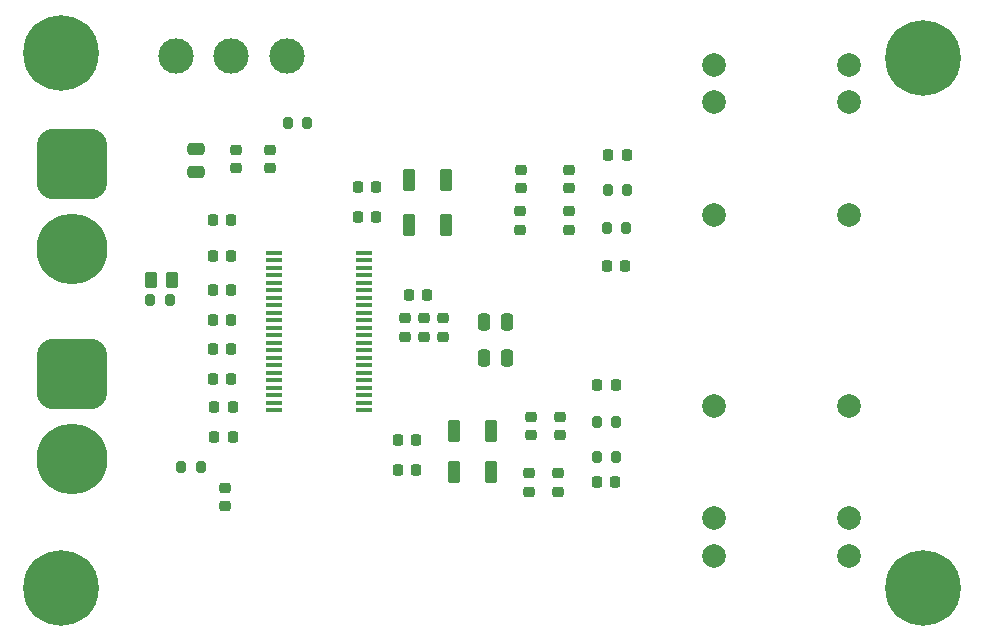
<source format=gbr>
%TF.GenerationSoftware,KiCad,Pcbnew,9.0.0*%
%TF.CreationDate,2025-03-20T21:57:58+01:00*%
%TF.ProjectId,Pcb_Ampli2,5063625f-416d-4706-9c69-322e6b696361,rev?*%
%TF.SameCoordinates,Original*%
%TF.FileFunction,Soldermask,Top*%
%TF.FilePolarity,Negative*%
%FSLAX46Y46*%
G04 Gerber Fmt 4.6, Leading zero omitted, Abs format (unit mm)*
G04 Created by KiCad (PCBNEW 9.0.0) date 2025-03-20 21:57:58*
%MOMM*%
%LPD*%
G01*
G04 APERTURE LIST*
G04 Aperture macros list*
%AMRoundRect*
0 Rectangle with rounded corners*
0 $1 Rounding radius*
0 $2 $3 $4 $5 $6 $7 $8 $9 X,Y pos of 4 corners*
0 Add a 4 corners polygon primitive as box body*
4,1,4,$2,$3,$4,$5,$6,$7,$8,$9,$2,$3,0*
0 Add four circle primitives for the rounded corners*
1,1,$1+$1,$2,$3*
1,1,$1+$1,$4,$5*
1,1,$1+$1,$6,$7*
1,1,$1+$1,$8,$9*
0 Add four rect primitives between the rounded corners*
20,1,$1+$1,$2,$3,$4,$5,0*
20,1,$1+$1,$4,$5,$6,$7,0*
20,1,$1+$1,$6,$7,$8,$9,0*
20,1,$1+$1,$8,$9,$2,$3,0*%
G04 Aperture macros list end*
%ADD10C,2.006600*%
%ADD11O,1.400000X0.399999*%
%ADD12RoundRect,0.250000X0.250000X0.475000X-0.250000X0.475000X-0.250000X-0.475000X0.250000X-0.475000X0*%
%ADD13C,0.800000*%
%ADD14C,6.400000*%
%ADD15RoundRect,0.225000X-0.225000X-0.250000X0.225000X-0.250000X0.225000X0.250000X-0.225000X0.250000X0*%
%ADD16RoundRect,0.200000X-0.200000X-0.275000X0.200000X-0.275000X0.200000X0.275000X-0.200000X0.275000X0*%
%ADD17RoundRect,1.500000X-1.500000X1.500000X-1.500000X-1.500000X1.500000X-1.500000X1.500000X1.500000X0*%
%ADD18C,6.000000*%
%ADD19RoundRect,0.225000X0.250000X-0.225000X0.250000X0.225000X-0.250000X0.225000X-0.250000X-0.225000X0*%
%ADD20RoundRect,0.250000X-0.262500X-0.450000X0.262500X-0.450000X0.262500X0.450000X-0.262500X0.450000X0*%
%ADD21RoundRect,0.250000X-0.275000X-0.700000X0.275000X-0.700000X0.275000X0.700000X-0.275000X0.700000X0*%
%ADD22RoundRect,0.225000X-0.250000X0.225000X-0.250000X-0.225000X0.250000X-0.225000X0.250000X0.225000X0*%
%ADD23RoundRect,0.250000X-0.475000X0.250000X-0.475000X-0.250000X0.475000X-0.250000X0.475000X0.250000X0*%
%ADD24RoundRect,0.225000X0.225000X0.250000X-0.225000X0.250000X-0.225000X-0.250000X0.225000X-0.250000X0*%
%ADD25C,3.000000*%
G04 APERTURE END LIST*
D10*
%TO.C,J2*%
X135770000Y-53900008D03*
X147200000Y-53900008D03*
X135770000Y-50700000D03*
X147200000Y-50700000D03*
X135770000Y-63400000D03*
X147200000Y-63400000D03*
%TD*%
%TO.C,J3*%
X147181600Y-89058888D03*
X135751600Y-89058888D03*
X147181600Y-92258896D03*
X135751600Y-92258896D03*
X147181600Y-79558896D03*
X135751600Y-79558896D03*
%TD*%
D11*
%TO.C,3255*%
X98500000Y-66632500D03*
X98500000Y-67267500D03*
X98500000Y-67902500D03*
X98500000Y-68537500D03*
X98500000Y-69172500D03*
X98500000Y-69807500D03*
X98500000Y-70442500D03*
X98500000Y-71077500D03*
X98500000Y-71712500D03*
X98500000Y-72347500D03*
X98500000Y-72982500D03*
X98500000Y-73617500D03*
X98500000Y-74252500D03*
X98500000Y-74887500D03*
X98500000Y-75522500D03*
X98500000Y-76157500D03*
X98500000Y-76792500D03*
X98500000Y-77427500D03*
X98500000Y-78062500D03*
X98500000Y-78697500D03*
X98500000Y-79332500D03*
X98500000Y-79967500D03*
X106100000Y-79967500D03*
X106100000Y-79332500D03*
X106100000Y-78697500D03*
X106100000Y-78062500D03*
X106100000Y-77427500D03*
X106100000Y-76792500D03*
X106100000Y-76157500D03*
X106100000Y-75522500D03*
X106100000Y-74887500D03*
X106100000Y-74252500D03*
X106100000Y-73617500D03*
X106100000Y-72982500D03*
X106100000Y-72347500D03*
X106100000Y-71712500D03*
X106100000Y-71077500D03*
X106100000Y-70442500D03*
X106100000Y-69807500D03*
X106100000Y-69172500D03*
X106100000Y-68537500D03*
X106100000Y-67902500D03*
X106100000Y-67267500D03*
X106100000Y-66632500D03*
%TD*%
D12*
%TO.C,C22*%
X118200000Y-75510000D03*
X116300000Y-75510000D03*
%TD*%
D13*
%TO.C,H4*%
X151100000Y-95000000D03*
X151802944Y-93302944D03*
X151802944Y-96697056D03*
X153500000Y-92600000D03*
D14*
X153500000Y-95000000D03*
D13*
X153500000Y-97400000D03*
X155197056Y-93302944D03*
X155197056Y-96697056D03*
X155900000Y-95000000D03*
%TD*%
D15*
%TO.C,C33*%
X125900000Y-77820000D03*
X127450000Y-77820000D03*
%TD*%
D13*
%TO.C,H1*%
X78100000Y-49700000D03*
X78802944Y-48002944D03*
X78802944Y-51397056D03*
X80500000Y-47300000D03*
D14*
X80500000Y-49700000D03*
D13*
X80500000Y-52100000D03*
X82197056Y-48002944D03*
X82197056Y-51397056D03*
X82900000Y-49700000D03*
%TD*%
%TO.C,H2*%
X151100000Y-50100000D03*
X151802944Y-48402944D03*
X151802944Y-51797056D03*
X153500000Y-47700000D03*
D14*
X153500000Y-50100000D03*
D13*
X153500000Y-52500000D03*
X155197056Y-48402944D03*
X155197056Y-51797056D03*
X155900000Y-50100000D03*
%TD*%
D16*
%TO.C,R6*%
X126775000Y-61300000D03*
X128425000Y-61300000D03*
%TD*%
D17*
%TO.C,J4*%
X81400000Y-76900000D03*
D18*
X81400000Y-84100000D03*
%TD*%
D19*
%TO.C,C29*%
X120300000Y-82075000D03*
X120300000Y-80525000D03*
%TD*%
D20*
%TO.C,R7*%
X88087500Y-68900000D03*
X89912500Y-68900000D03*
%TD*%
D15*
%TO.C,C6*%
X93325000Y-69790000D03*
X94875000Y-69790000D03*
%TD*%
D21*
%TO.C,L4*%
X113750000Y-85200000D03*
X116900000Y-85200000D03*
%TD*%
D19*
%TO.C,C32*%
X122600000Y-86850000D03*
X122600000Y-85300000D03*
%TD*%
D22*
%TO.C,C17*%
X109600000Y-72175000D03*
X109600000Y-73725000D03*
%TD*%
D13*
%TO.C,H3*%
X78100000Y-95000000D03*
X78802944Y-93302944D03*
X78802944Y-96697056D03*
X80500000Y-92600000D03*
D14*
X80500000Y-95000000D03*
D13*
X80500000Y-97400000D03*
X82197056Y-93302944D03*
X82197056Y-96697056D03*
X82900000Y-95000000D03*
%TD*%
D23*
%TO.C,C5*%
X91900000Y-57850000D03*
X91900000Y-59750000D03*
%TD*%
D12*
%TO.C,C21*%
X118200000Y-72500000D03*
X116300000Y-72500000D03*
%TD*%
D19*
%TO.C,C18*%
X112800000Y-73725000D03*
X112800000Y-72175000D03*
%TD*%
D24*
%TO.C,C28*%
X128250000Y-67780000D03*
X126700000Y-67780000D03*
%TD*%
D16*
%TO.C,R9*%
X125850000Y-80990000D03*
X127500000Y-80990000D03*
%TD*%
D15*
%TO.C,C14*%
X105625000Y-63600000D03*
X107175000Y-63600000D03*
%TD*%
D16*
%TO.C,R5*%
X126675000Y-64500000D03*
X128325000Y-64500000D03*
%TD*%
%TO.C,R1*%
X99675000Y-55600000D03*
X101325000Y-55600000D03*
%TD*%
%TO.C,R10*%
X125850000Y-83900000D03*
X127500000Y-83900000D03*
%TD*%
D19*
%TO.C,C23*%
X119400000Y-61175000D03*
X119400000Y-59625000D03*
%TD*%
D24*
%TO.C,C34*%
X127400000Y-86000000D03*
X125850000Y-86000000D03*
%TD*%
D19*
%TO.C,C31*%
X122700000Y-82075000D03*
X122700000Y-80525000D03*
%TD*%
%TO.C,C24*%
X119300000Y-64675000D03*
X119300000Y-63125000D03*
%TD*%
D15*
%TO.C,C3*%
X93325000Y-63810000D03*
X94875000Y-63810000D03*
%TD*%
%TO.C,C4*%
X93325000Y-66910000D03*
X94875000Y-66910000D03*
%TD*%
D21*
%TO.C,L1*%
X109925000Y-60500000D03*
X113075000Y-60500000D03*
%TD*%
D15*
%TO.C,C13*%
X105625000Y-61090000D03*
X107175000Y-61090000D03*
%TD*%
%TO.C,C15*%
X109925000Y-70190000D03*
X111475000Y-70190000D03*
%TD*%
%TO.C,C7*%
X93325000Y-72300000D03*
X94875000Y-72300000D03*
%TD*%
D16*
%TO.C,R2*%
X90675000Y-84800000D03*
X92325000Y-84800000D03*
%TD*%
D22*
%TO.C,C1*%
X95300000Y-57925000D03*
X95300000Y-59475000D03*
%TD*%
D15*
%TO.C,C20*%
X109025000Y-85000000D03*
X110575000Y-85000000D03*
%TD*%
%TO.C,C9*%
X93325000Y-77320000D03*
X94875000Y-77320000D03*
%TD*%
D19*
%TO.C,C25*%
X123525000Y-61150000D03*
X123525000Y-59600000D03*
%TD*%
D17*
%TO.C,J1*%
X81400000Y-59100000D03*
D18*
X81400000Y-66300000D03*
%TD*%
D15*
%TO.C,C19*%
X109025000Y-82490000D03*
X110575000Y-82490000D03*
%TD*%
D21*
%TO.C,L2*%
X109925000Y-64300000D03*
X113075000Y-64300000D03*
%TD*%
D15*
%TO.C,C8*%
X93325000Y-74810000D03*
X94875000Y-74810000D03*
%TD*%
%TO.C,C27*%
X126825000Y-58380000D03*
X128375000Y-58380000D03*
%TD*%
D22*
%TO.C,C2*%
X98200000Y-57925000D03*
X98200000Y-59475000D03*
%TD*%
D25*
%TO.C,SW1*%
X99600000Y-50000000D03*
X94900000Y-50000000D03*
X90200000Y-50000000D03*
%TD*%
D19*
%TO.C,C26*%
X123525000Y-64675000D03*
X123525000Y-63125000D03*
%TD*%
D15*
%TO.C,C10*%
X93450000Y-79700000D03*
X95000000Y-79700000D03*
%TD*%
D16*
%TO.C,R8*%
X88050000Y-70600000D03*
X89700000Y-70600000D03*
%TD*%
D19*
%TO.C,C30*%
X120100000Y-86850000D03*
X120100000Y-85300000D03*
%TD*%
D15*
%TO.C,C11*%
X93450000Y-82210000D03*
X95000000Y-82210000D03*
%TD*%
D19*
%TO.C,C16*%
X111200000Y-73725000D03*
X111200000Y-72175000D03*
%TD*%
D21*
%TO.C,L3*%
X113750000Y-81750000D03*
X116900000Y-81750000D03*
%TD*%
D19*
%TO.C,C12*%
X94400000Y-88050000D03*
X94400000Y-86500000D03*
%TD*%
M02*

</source>
